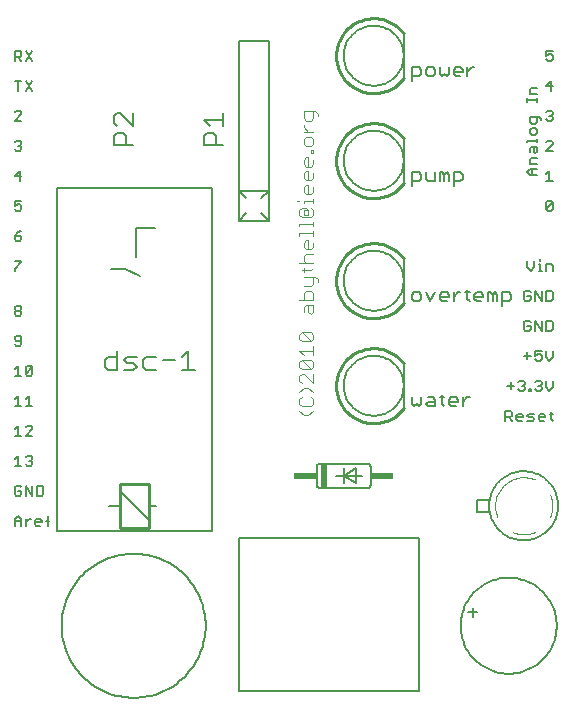
<source format=gto>
G75*
G70*
%OFA0B0*%
%FSLAX24Y24*%
%IPPOS*%
%LPD*%
%AMOC8*
5,1,8,0,0,1.08239X$1,22.5*
%
%ADD10C,0.0040*%
%ADD11C,0.0060*%
%ADD12C,0.0080*%
%ADD13C,0.0100*%
%ADD14C,0.0050*%
%ADD15R,0.0200X0.0800*%
%ADD16R,0.0750X0.0200*%
%ADD17C,0.0020*%
D10*
X011677Y012423D02*
X011524Y012576D01*
X011600Y012730D02*
X011907Y012730D01*
X011984Y012806D01*
X011984Y012960D01*
X011907Y013036D01*
X011984Y013190D02*
X011831Y013343D01*
X011677Y013343D01*
X011524Y013190D01*
X011600Y013036D02*
X011524Y012960D01*
X011524Y012806D01*
X011600Y012730D01*
X011677Y012423D02*
X011831Y012423D01*
X011984Y012576D01*
X011984Y013497D02*
X011677Y013804D01*
X011600Y013804D01*
X011524Y013727D01*
X011524Y013574D01*
X011600Y013497D01*
X011984Y013497D02*
X011984Y013804D01*
X011907Y013957D02*
X011600Y014264D01*
X011907Y014264D01*
X011984Y014187D01*
X011984Y014034D01*
X011907Y013957D01*
X011600Y013957D01*
X011524Y014034D01*
X011524Y014187D01*
X011600Y014264D01*
X011677Y014418D02*
X011524Y014571D01*
X011984Y014571D01*
X011984Y014418D02*
X011984Y014724D01*
X011907Y014878D02*
X011600Y015185D01*
X011907Y015185D01*
X011984Y015108D01*
X011984Y014955D01*
X011907Y014878D01*
X011600Y014878D01*
X011524Y014955D01*
X011524Y015108D01*
X011600Y015185D01*
X011907Y015799D02*
X011831Y015875D01*
X011831Y016105D01*
X011754Y016105D02*
X011984Y016105D01*
X011984Y015875D01*
X011907Y015799D01*
X011677Y015875D02*
X011677Y016029D01*
X011754Y016105D01*
X011677Y016259D02*
X011677Y016489D01*
X011754Y016566D01*
X011907Y016566D01*
X011984Y016489D01*
X011984Y016259D01*
X011524Y016259D01*
X011677Y016719D02*
X011907Y016719D01*
X011984Y016796D01*
X011984Y017026D01*
X012061Y017026D02*
X012137Y016949D01*
X012137Y016873D01*
X012061Y017026D02*
X011677Y017026D01*
X011677Y017180D02*
X011677Y017333D01*
X011600Y017256D02*
X011907Y017256D01*
X011984Y017333D01*
X011984Y017487D02*
X011524Y017487D01*
X011677Y017563D02*
X011677Y017717D01*
X011754Y017793D01*
X011984Y017793D01*
X011907Y017947D02*
X011984Y018024D01*
X011984Y018177D01*
X011831Y018254D02*
X011831Y017947D01*
X011907Y017947D02*
X011754Y017947D01*
X011677Y018024D01*
X011677Y018177D01*
X011754Y018254D01*
X011831Y018254D01*
X011984Y018407D02*
X011984Y018561D01*
X011984Y018484D02*
X011524Y018484D01*
X011524Y018407D01*
X011524Y018714D02*
X011524Y018791D01*
X011984Y018791D01*
X011984Y018714D02*
X011984Y018868D01*
X011907Y019021D02*
X011984Y019098D01*
X011984Y019251D01*
X011907Y019328D01*
X011831Y019251D02*
X011677Y019251D01*
X011677Y019098D01*
X011831Y019098D01*
X011831Y019251D01*
X011754Y019328D01*
X011600Y019328D01*
X011524Y019251D01*
X011524Y019098D01*
X011600Y019021D01*
X011907Y019021D01*
X011984Y019481D02*
X011984Y019635D01*
X011984Y019558D02*
X011677Y019558D01*
X011677Y019481D01*
X011524Y019558D02*
X011447Y019558D01*
X011677Y019865D02*
X011677Y020018D01*
X011754Y020095D01*
X011831Y020095D01*
X011831Y019788D01*
X011907Y019788D02*
X011754Y019788D01*
X011677Y019865D01*
X011907Y019788D02*
X011984Y019865D01*
X011984Y020018D01*
X011907Y020249D02*
X011754Y020249D01*
X011677Y020325D01*
X011677Y020479D01*
X011754Y020556D01*
X011831Y020556D01*
X011831Y020249D01*
X011907Y020249D02*
X011984Y020325D01*
X011984Y020479D01*
X011907Y020709D02*
X011984Y020786D01*
X011984Y020939D01*
X011831Y021016D02*
X011831Y020709D01*
X011907Y020709D02*
X011754Y020709D01*
X011677Y020786D01*
X011677Y020939D01*
X011754Y021016D01*
X011831Y021016D01*
X011907Y021169D02*
X011907Y021246D01*
X011984Y021246D01*
X011984Y021169D01*
X011907Y021169D01*
X011907Y021399D02*
X011984Y021476D01*
X011984Y021630D01*
X011907Y021706D01*
X011754Y021706D01*
X011677Y021630D01*
X011677Y021476D01*
X011754Y021399D01*
X011907Y021399D01*
X011831Y021860D02*
X011677Y022013D01*
X011677Y022090D01*
X011754Y022243D02*
X011677Y022320D01*
X011677Y022550D01*
X012061Y022550D01*
X012137Y022474D01*
X012137Y022397D01*
X011984Y022320D02*
X011984Y022550D01*
X011984Y022320D02*
X011907Y022243D01*
X011754Y022243D01*
X011677Y021860D02*
X011984Y021860D01*
X011677Y017563D02*
X011754Y017487D01*
D11*
X010504Y018903D02*
X010504Y019903D01*
X010504Y024903D01*
X009504Y024903D01*
X009504Y019903D01*
X009504Y018903D01*
X009754Y019153D01*
X009504Y018903D02*
X010504Y018903D01*
X010254Y019153D01*
X010254Y019653D02*
X010504Y019903D01*
X009504Y019903D01*
X009754Y019653D01*
X008604Y020003D02*
X003454Y020003D01*
X003454Y008553D01*
X008604Y008553D01*
X008604Y020003D01*
X008760Y021417D02*
X008760Y021737D01*
X008654Y021844D01*
X008440Y021844D01*
X008333Y021737D01*
X008333Y021417D01*
X008974Y021417D01*
X008974Y022061D02*
X008974Y022488D01*
X008974Y022275D02*
X008333Y022275D01*
X008547Y022061D01*
X005974Y022061D02*
X005547Y022488D01*
X005440Y022488D01*
X005333Y022382D01*
X005333Y022168D01*
X005440Y022061D01*
X005440Y021844D02*
X005654Y021844D01*
X005760Y021737D01*
X005760Y021417D01*
X005974Y021417D02*
X005333Y021417D01*
X005333Y021737D01*
X005440Y021844D01*
X005974Y022061D02*
X005974Y022488D01*
X006074Y018653D02*
X006724Y018653D01*
X006074Y018653D02*
X006074Y017683D01*
X005704Y017303D02*
X006204Y017053D01*
X005704Y017303D02*
X005254Y017303D01*
X005461Y014573D02*
X005461Y013933D01*
X005141Y013933D01*
X005034Y014039D01*
X005034Y014253D01*
X005141Y014360D01*
X005461Y014360D01*
X005678Y014253D02*
X005785Y014360D01*
X006105Y014360D01*
X005999Y014146D02*
X005785Y014146D01*
X005678Y014253D01*
X005678Y013933D02*
X005999Y013933D01*
X006105Y014039D01*
X005999Y014146D01*
X006323Y014039D02*
X006430Y013933D01*
X006750Y013933D01*
X006968Y014253D02*
X007395Y014253D01*
X007612Y014360D02*
X007826Y014573D01*
X007826Y013933D01*
X008039Y013933D02*
X007612Y013933D01*
X006750Y014360D02*
X006430Y014360D01*
X006323Y014253D01*
X006323Y014039D01*
X005534Y009893D02*
X006524Y008913D01*
X006524Y009403D02*
X006764Y009403D01*
X005534Y009403D02*
X005194Y009403D01*
X003191Y009073D02*
X003134Y009016D01*
X003134Y008733D01*
X003077Y008903D02*
X003191Y008903D01*
X002936Y008903D02*
X002936Y008846D01*
X002709Y008846D01*
X002709Y008789D02*
X002709Y008903D01*
X002766Y008960D01*
X002879Y008960D01*
X002936Y008903D01*
X002879Y008733D02*
X002766Y008733D01*
X002709Y008789D01*
X002572Y008960D02*
X002516Y008960D01*
X002402Y008846D01*
X002402Y008733D02*
X002402Y008960D01*
X002261Y008960D02*
X002261Y008733D01*
X002261Y008903D02*
X002034Y008903D01*
X002034Y008960D02*
X002147Y009073D01*
X002261Y008960D01*
X002034Y008960D02*
X002034Y008733D01*
X002091Y009733D02*
X002204Y009733D01*
X002261Y009789D01*
X002261Y009903D01*
X002147Y009903D01*
X002034Y010016D02*
X002034Y009789D01*
X002091Y009733D01*
X002034Y010016D02*
X002091Y010073D01*
X002204Y010073D01*
X002261Y010016D01*
X002402Y010073D02*
X002402Y009733D01*
X002629Y009733D02*
X002402Y010073D01*
X002629Y010073D02*
X002629Y009733D01*
X002771Y009733D02*
X002941Y009733D01*
X002997Y009789D01*
X002997Y010016D01*
X002941Y010073D01*
X002771Y010073D01*
X002771Y009733D01*
X002572Y010733D02*
X002459Y010733D01*
X002402Y010789D01*
X002261Y010733D02*
X002034Y010733D01*
X002147Y010733D02*
X002147Y011073D01*
X002034Y010960D01*
X002402Y011016D02*
X002459Y011073D01*
X002572Y011073D01*
X002629Y011016D01*
X002629Y010960D01*
X002572Y010903D01*
X002629Y010846D01*
X002629Y010789D01*
X002572Y010733D01*
X002572Y010903D02*
X002516Y010903D01*
X002629Y011733D02*
X002402Y011733D01*
X002629Y011960D01*
X002629Y012016D01*
X002572Y012073D01*
X002459Y012073D01*
X002402Y012016D01*
X002261Y011733D02*
X002034Y011733D01*
X002147Y011733D02*
X002147Y012073D01*
X002034Y011960D01*
X002034Y012733D02*
X002261Y012733D01*
X002147Y012733D02*
X002147Y013073D01*
X002034Y012960D01*
X002402Y012960D02*
X002516Y013073D01*
X002516Y012733D01*
X002629Y012733D02*
X002402Y012733D01*
X002459Y013733D02*
X002402Y013789D01*
X002629Y014016D01*
X002629Y013789D01*
X002572Y013733D01*
X002459Y013733D01*
X002402Y013789D02*
X002402Y014016D01*
X002459Y014073D01*
X002572Y014073D01*
X002629Y014016D01*
X002261Y013733D02*
X002034Y013733D01*
X002147Y013733D02*
X002147Y014073D01*
X002034Y013960D01*
X002091Y014733D02*
X002204Y014733D01*
X002261Y014789D01*
X002261Y015016D01*
X002204Y015073D01*
X002091Y015073D01*
X002034Y015016D01*
X002034Y014960D01*
X002091Y014903D01*
X002261Y014903D01*
X002091Y014733D02*
X002034Y014789D01*
X002091Y015733D02*
X002034Y015789D01*
X002034Y015846D01*
X002091Y015903D01*
X002204Y015903D01*
X002261Y015846D01*
X002261Y015789D01*
X002204Y015733D01*
X002091Y015733D01*
X002091Y015903D02*
X002034Y015960D01*
X002034Y016016D01*
X002091Y016073D01*
X002204Y016073D01*
X002261Y016016D01*
X002261Y015960D01*
X002204Y015903D01*
X002034Y017233D02*
X002034Y017289D01*
X002261Y017516D01*
X002261Y017573D01*
X002034Y017573D01*
X002091Y018233D02*
X002204Y018233D01*
X002261Y018289D01*
X002261Y018346D01*
X002204Y018403D01*
X002034Y018403D01*
X002034Y018289D01*
X002091Y018233D01*
X002034Y018403D02*
X002147Y018516D01*
X002261Y018573D01*
X002204Y019233D02*
X002091Y019233D01*
X002034Y019289D01*
X002034Y019403D02*
X002147Y019460D01*
X002204Y019460D01*
X002261Y019403D01*
X002261Y019289D01*
X002204Y019233D01*
X002034Y019403D02*
X002034Y019573D01*
X002261Y019573D01*
X002204Y020233D02*
X002204Y020573D01*
X002034Y020403D01*
X002261Y020403D01*
X002204Y021233D02*
X002091Y021233D01*
X002034Y021289D01*
X002147Y021403D02*
X002204Y021403D01*
X002261Y021346D01*
X002261Y021289D01*
X002204Y021233D01*
X002204Y021403D02*
X002261Y021460D01*
X002261Y021516D01*
X002204Y021573D01*
X002091Y021573D01*
X002034Y021516D01*
X002034Y022233D02*
X002261Y022460D01*
X002261Y022516D01*
X002204Y022573D01*
X002091Y022573D01*
X002034Y022516D01*
X002034Y022233D02*
X002261Y022233D01*
X002147Y023233D02*
X002147Y023573D01*
X002034Y023573D02*
X002261Y023573D01*
X002402Y023573D02*
X002629Y023233D01*
X002402Y023233D02*
X002629Y023573D01*
X002629Y024233D02*
X002402Y024573D01*
X002261Y024516D02*
X002261Y024403D01*
X002204Y024346D01*
X002034Y024346D01*
X002034Y024233D02*
X002034Y024573D01*
X002204Y024573D01*
X002261Y024516D01*
X002147Y024346D02*
X002261Y024233D01*
X002402Y024233D02*
X002629Y024573D01*
X013004Y024403D02*
X013006Y024466D01*
X013012Y024528D01*
X013022Y024590D01*
X013035Y024652D01*
X013053Y024712D01*
X013074Y024771D01*
X013099Y024829D01*
X013128Y024885D01*
X013160Y024939D01*
X013195Y024991D01*
X013233Y025040D01*
X013275Y025088D01*
X013319Y025132D01*
X013367Y025174D01*
X013416Y025212D01*
X013468Y025247D01*
X013522Y025279D01*
X013578Y025308D01*
X013636Y025333D01*
X013695Y025354D01*
X013755Y025372D01*
X013817Y025385D01*
X013879Y025395D01*
X013941Y025401D01*
X014004Y025403D01*
X014067Y025401D01*
X014129Y025395D01*
X014191Y025385D01*
X014253Y025372D01*
X014313Y025354D01*
X014372Y025333D01*
X014430Y025308D01*
X014486Y025279D01*
X014540Y025247D01*
X014592Y025212D01*
X014641Y025174D01*
X014689Y025132D01*
X014733Y025088D01*
X014775Y025040D01*
X014813Y024991D01*
X014848Y024939D01*
X014880Y024885D01*
X014909Y024829D01*
X014934Y024771D01*
X014955Y024712D01*
X014973Y024652D01*
X014986Y024590D01*
X014996Y024528D01*
X015002Y024466D01*
X015004Y024403D01*
X015002Y024340D01*
X014996Y024278D01*
X014986Y024216D01*
X014973Y024154D01*
X014955Y024094D01*
X014934Y024035D01*
X014909Y023977D01*
X014880Y023921D01*
X014848Y023867D01*
X014813Y023815D01*
X014775Y023766D01*
X014733Y023718D01*
X014689Y023674D01*
X014641Y023632D01*
X014592Y023594D01*
X014540Y023559D01*
X014486Y023527D01*
X014430Y023498D01*
X014372Y023473D01*
X014313Y023452D01*
X014253Y023434D01*
X014191Y023421D01*
X014129Y023411D01*
X014067Y023405D01*
X014004Y023403D01*
X013941Y023405D01*
X013879Y023411D01*
X013817Y023421D01*
X013755Y023434D01*
X013695Y023452D01*
X013636Y023473D01*
X013578Y023498D01*
X013522Y023527D01*
X013468Y023559D01*
X013416Y023594D01*
X013367Y023632D01*
X013319Y023674D01*
X013275Y023718D01*
X013233Y023766D01*
X013195Y023815D01*
X013160Y023867D01*
X013128Y023921D01*
X013099Y023977D01*
X013074Y024035D01*
X013053Y024094D01*
X013035Y024154D01*
X013022Y024216D01*
X013012Y024278D01*
X013006Y024340D01*
X013004Y024403D01*
X013004Y020903D02*
X013006Y020966D01*
X013012Y021028D01*
X013022Y021090D01*
X013035Y021152D01*
X013053Y021212D01*
X013074Y021271D01*
X013099Y021329D01*
X013128Y021385D01*
X013160Y021439D01*
X013195Y021491D01*
X013233Y021540D01*
X013275Y021588D01*
X013319Y021632D01*
X013367Y021674D01*
X013416Y021712D01*
X013468Y021747D01*
X013522Y021779D01*
X013578Y021808D01*
X013636Y021833D01*
X013695Y021854D01*
X013755Y021872D01*
X013817Y021885D01*
X013879Y021895D01*
X013941Y021901D01*
X014004Y021903D01*
X014067Y021901D01*
X014129Y021895D01*
X014191Y021885D01*
X014253Y021872D01*
X014313Y021854D01*
X014372Y021833D01*
X014430Y021808D01*
X014486Y021779D01*
X014540Y021747D01*
X014592Y021712D01*
X014641Y021674D01*
X014689Y021632D01*
X014733Y021588D01*
X014775Y021540D01*
X014813Y021491D01*
X014848Y021439D01*
X014880Y021385D01*
X014909Y021329D01*
X014934Y021271D01*
X014955Y021212D01*
X014973Y021152D01*
X014986Y021090D01*
X014996Y021028D01*
X015002Y020966D01*
X015004Y020903D01*
X015002Y020840D01*
X014996Y020778D01*
X014986Y020716D01*
X014973Y020654D01*
X014955Y020594D01*
X014934Y020535D01*
X014909Y020477D01*
X014880Y020421D01*
X014848Y020367D01*
X014813Y020315D01*
X014775Y020266D01*
X014733Y020218D01*
X014689Y020174D01*
X014641Y020132D01*
X014592Y020094D01*
X014540Y020059D01*
X014486Y020027D01*
X014430Y019998D01*
X014372Y019973D01*
X014313Y019952D01*
X014253Y019934D01*
X014191Y019921D01*
X014129Y019911D01*
X014067Y019905D01*
X014004Y019903D01*
X013941Y019905D01*
X013879Y019911D01*
X013817Y019921D01*
X013755Y019934D01*
X013695Y019952D01*
X013636Y019973D01*
X013578Y019998D01*
X013522Y020027D01*
X013468Y020059D01*
X013416Y020094D01*
X013367Y020132D01*
X013319Y020174D01*
X013275Y020218D01*
X013233Y020266D01*
X013195Y020315D01*
X013160Y020367D01*
X013128Y020421D01*
X013099Y020477D01*
X013074Y020535D01*
X013053Y020594D01*
X013035Y020654D01*
X013022Y020716D01*
X013012Y020778D01*
X013006Y020840D01*
X013004Y020903D01*
X013004Y016903D02*
X013006Y016966D01*
X013012Y017028D01*
X013022Y017090D01*
X013035Y017152D01*
X013053Y017212D01*
X013074Y017271D01*
X013099Y017329D01*
X013128Y017385D01*
X013160Y017439D01*
X013195Y017491D01*
X013233Y017540D01*
X013275Y017588D01*
X013319Y017632D01*
X013367Y017674D01*
X013416Y017712D01*
X013468Y017747D01*
X013522Y017779D01*
X013578Y017808D01*
X013636Y017833D01*
X013695Y017854D01*
X013755Y017872D01*
X013817Y017885D01*
X013879Y017895D01*
X013941Y017901D01*
X014004Y017903D01*
X014067Y017901D01*
X014129Y017895D01*
X014191Y017885D01*
X014253Y017872D01*
X014313Y017854D01*
X014372Y017833D01*
X014430Y017808D01*
X014486Y017779D01*
X014540Y017747D01*
X014592Y017712D01*
X014641Y017674D01*
X014689Y017632D01*
X014733Y017588D01*
X014775Y017540D01*
X014813Y017491D01*
X014848Y017439D01*
X014880Y017385D01*
X014909Y017329D01*
X014934Y017271D01*
X014955Y017212D01*
X014973Y017152D01*
X014986Y017090D01*
X014996Y017028D01*
X015002Y016966D01*
X015004Y016903D01*
X015002Y016840D01*
X014996Y016778D01*
X014986Y016716D01*
X014973Y016654D01*
X014955Y016594D01*
X014934Y016535D01*
X014909Y016477D01*
X014880Y016421D01*
X014848Y016367D01*
X014813Y016315D01*
X014775Y016266D01*
X014733Y016218D01*
X014689Y016174D01*
X014641Y016132D01*
X014592Y016094D01*
X014540Y016059D01*
X014486Y016027D01*
X014430Y015998D01*
X014372Y015973D01*
X014313Y015952D01*
X014253Y015934D01*
X014191Y015921D01*
X014129Y015911D01*
X014067Y015905D01*
X014004Y015903D01*
X013941Y015905D01*
X013879Y015911D01*
X013817Y015921D01*
X013755Y015934D01*
X013695Y015952D01*
X013636Y015973D01*
X013578Y015998D01*
X013522Y016027D01*
X013468Y016059D01*
X013416Y016094D01*
X013367Y016132D01*
X013319Y016174D01*
X013275Y016218D01*
X013233Y016266D01*
X013195Y016315D01*
X013160Y016367D01*
X013128Y016421D01*
X013099Y016477D01*
X013074Y016535D01*
X013053Y016594D01*
X013035Y016654D01*
X013022Y016716D01*
X013012Y016778D01*
X013006Y016840D01*
X013004Y016903D01*
X013004Y013403D02*
X013006Y013466D01*
X013012Y013528D01*
X013022Y013590D01*
X013035Y013652D01*
X013053Y013712D01*
X013074Y013771D01*
X013099Y013829D01*
X013128Y013885D01*
X013160Y013939D01*
X013195Y013991D01*
X013233Y014040D01*
X013275Y014088D01*
X013319Y014132D01*
X013367Y014174D01*
X013416Y014212D01*
X013468Y014247D01*
X013522Y014279D01*
X013578Y014308D01*
X013636Y014333D01*
X013695Y014354D01*
X013755Y014372D01*
X013817Y014385D01*
X013879Y014395D01*
X013941Y014401D01*
X014004Y014403D01*
X014067Y014401D01*
X014129Y014395D01*
X014191Y014385D01*
X014253Y014372D01*
X014313Y014354D01*
X014372Y014333D01*
X014430Y014308D01*
X014486Y014279D01*
X014540Y014247D01*
X014592Y014212D01*
X014641Y014174D01*
X014689Y014132D01*
X014733Y014088D01*
X014775Y014040D01*
X014813Y013991D01*
X014848Y013939D01*
X014880Y013885D01*
X014909Y013829D01*
X014934Y013771D01*
X014955Y013712D01*
X014973Y013652D01*
X014986Y013590D01*
X014996Y013528D01*
X015002Y013466D01*
X015004Y013403D01*
X015002Y013340D01*
X014996Y013278D01*
X014986Y013216D01*
X014973Y013154D01*
X014955Y013094D01*
X014934Y013035D01*
X014909Y012977D01*
X014880Y012921D01*
X014848Y012867D01*
X014813Y012815D01*
X014775Y012766D01*
X014733Y012718D01*
X014689Y012674D01*
X014641Y012632D01*
X014592Y012594D01*
X014540Y012559D01*
X014486Y012527D01*
X014430Y012498D01*
X014372Y012473D01*
X014313Y012452D01*
X014253Y012434D01*
X014191Y012421D01*
X014129Y012411D01*
X014067Y012405D01*
X014004Y012403D01*
X013941Y012405D01*
X013879Y012411D01*
X013817Y012421D01*
X013755Y012434D01*
X013695Y012452D01*
X013636Y012473D01*
X013578Y012498D01*
X013522Y012527D01*
X013468Y012559D01*
X013416Y012594D01*
X013367Y012632D01*
X013319Y012674D01*
X013275Y012718D01*
X013233Y012766D01*
X013195Y012815D01*
X013160Y012867D01*
X013128Y012921D01*
X013099Y012977D01*
X013074Y013035D01*
X013053Y013094D01*
X013035Y013154D01*
X013022Y013216D01*
X013012Y013278D01*
X013006Y013340D01*
X013004Y013403D01*
X012204Y010803D02*
X013804Y010803D01*
X013821Y010801D01*
X013838Y010797D01*
X013854Y010790D01*
X013868Y010780D01*
X013881Y010767D01*
X013891Y010753D01*
X013898Y010737D01*
X013902Y010720D01*
X013904Y010703D01*
X013904Y010103D01*
X013902Y010086D01*
X013898Y010069D01*
X013891Y010053D01*
X013881Y010039D01*
X013868Y010026D01*
X013854Y010016D01*
X013838Y010009D01*
X013821Y010005D01*
X013804Y010003D01*
X012204Y010003D01*
X012187Y010005D01*
X012170Y010009D01*
X012154Y010016D01*
X012140Y010026D01*
X012127Y010039D01*
X012117Y010053D01*
X012110Y010069D01*
X012106Y010086D01*
X012104Y010103D01*
X012104Y010703D01*
X012106Y010720D01*
X012110Y010737D01*
X012117Y010753D01*
X012127Y010767D01*
X012140Y010780D01*
X012154Y010790D01*
X012170Y010797D01*
X012187Y010801D01*
X012204Y010803D01*
X012754Y010403D02*
X013004Y010403D01*
X013004Y010153D01*
X013004Y010403D02*
X013004Y010653D01*
X013004Y010403D02*
X013404Y010653D01*
X013404Y010153D01*
X013004Y010403D01*
X013604Y010403D01*
X017304Y006003D02*
X017304Y005703D01*
X017154Y005853D02*
X017454Y005853D01*
X016904Y005403D02*
X016906Y005483D01*
X016912Y005562D01*
X016922Y005641D01*
X016936Y005720D01*
X016953Y005798D01*
X016975Y005875D01*
X017000Y005950D01*
X017030Y006024D01*
X017062Y006097D01*
X017099Y006168D01*
X017139Y006237D01*
X017182Y006304D01*
X017229Y006369D01*
X017278Y006431D01*
X017331Y006491D01*
X017387Y006548D01*
X017445Y006603D01*
X017506Y006654D01*
X017570Y006702D01*
X017636Y006747D01*
X017704Y006789D01*
X017774Y006827D01*
X017846Y006861D01*
X017919Y006892D01*
X017994Y006920D01*
X018071Y006943D01*
X018148Y006963D01*
X018226Y006979D01*
X018305Y006991D01*
X018384Y006999D01*
X018464Y007003D01*
X018544Y007003D01*
X018624Y006999D01*
X018703Y006991D01*
X018782Y006979D01*
X018860Y006963D01*
X018937Y006943D01*
X019014Y006920D01*
X019089Y006892D01*
X019162Y006861D01*
X019234Y006827D01*
X019304Y006789D01*
X019372Y006747D01*
X019438Y006702D01*
X019502Y006654D01*
X019563Y006603D01*
X019621Y006548D01*
X019677Y006491D01*
X019730Y006431D01*
X019779Y006369D01*
X019826Y006304D01*
X019869Y006237D01*
X019909Y006168D01*
X019946Y006097D01*
X019978Y006024D01*
X020008Y005950D01*
X020033Y005875D01*
X020055Y005798D01*
X020072Y005720D01*
X020086Y005641D01*
X020096Y005562D01*
X020102Y005483D01*
X020104Y005403D01*
X020102Y005323D01*
X020096Y005244D01*
X020086Y005165D01*
X020072Y005086D01*
X020055Y005008D01*
X020033Y004931D01*
X020008Y004856D01*
X019978Y004782D01*
X019946Y004709D01*
X019909Y004638D01*
X019869Y004569D01*
X019826Y004502D01*
X019779Y004437D01*
X019730Y004375D01*
X019677Y004315D01*
X019621Y004258D01*
X019563Y004203D01*
X019502Y004152D01*
X019438Y004104D01*
X019372Y004059D01*
X019304Y004017D01*
X019234Y003979D01*
X019162Y003945D01*
X019089Y003914D01*
X019014Y003886D01*
X018937Y003863D01*
X018860Y003843D01*
X018782Y003827D01*
X018703Y003815D01*
X018624Y003807D01*
X018544Y003803D01*
X018464Y003803D01*
X018384Y003807D01*
X018305Y003815D01*
X018226Y003827D01*
X018148Y003843D01*
X018071Y003863D01*
X017994Y003886D01*
X017919Y003914D01*
X017846Y003945D01*
X017774Y003979D01*
X017704Y004017D01*
X017636Y004059D01*
X017570Y004104D01*
X017506Y004152D01*
X017445Y004203D01*
X017387Y004258D01*
X017331Y004315D01*
X017278Y004375D01*
X017229Y004437D01*
X017182Y004502D01*
X017139Y004569D01*
X017099Y004638D01*
X017062Y004709D01*
X017030Y004782D01*
X017000Y004856D01*
X016975Y004931D01*
X016953Y005008D01*
X016936Y005086D01*
X016922Y005165D01*
X016912Y005244D01*
X016906Y005323D01*
X016904Y005403D01*
X018395Y012233D02*
X018395Y012573D01*
X018565Y012573D01*
X018622Y012516D01*
X018622Y012403D01*
X018565Y012346D01*
X018395Y012346D01*
X018509Y012346D02*
X018622Y012233D01*
X018763Y012289D02*
X018763Y012403D01*
X018820Y012460D01*
X018934Y012460D01*
X018990Y012403D01*
X018990Y012346D01*
X018763Y012346D01*
X018763Y012289D02*
X018820Y012233D01*
X018934Y012233D01*
X019132Y012233D02*
X019302Y012233D01*
X019359Y012289D01*
X019302Y012346D01*
X019188Y012346D01*
X019132Y012403D01*
X019188Y012460D01*
X019359Y012460D01*
X019500Y012403D02*
X019557Y012460D01*
X019670Y012460D01*
X019727Y012403D01*
X019727Y012346D01*
X019500Y012346D01*
X019500Y012289D02*
X019500Y012403D01*
X019500Y012289D02*
X019557Y012233D01*
X019670Y012233D01*
X019868Y012460D02*
X019982Y012460D01*
X019925Y012516D02*
X019925Y012289D01*
X019982Y012233D01*
X019859Y013233D02*
X019972Y013346D01*
X019972Y013573D01*
X019746Y013573D02*
X019746Y013346D01*
X019859Y013233D01*
X019604Y013289D02*
X019547Y013233D01*
X019434Y013233D01*
X019377Y013289D01*
X019250Y013289D02*
X019250Y013233D01*
X019193Y013233D01*
X019193Y013289D01*
X019250Y013289D01*
X019052Y013289D02*
X018995Y013233D01*
X018882Y013233D01*
X018825Y013289D01*
X018938Y013403D02*
X018995Y013403D01*
X019052Y013346D01*
X019052Y013289D01*
X018995Y013403D02*
X019052Y013460D01*
X019052Y013516D01*
X018995Y013573D01*
X018882Y013573D01*
X018825Y013516D01*
X018683Y013403D02*
X018457Y013403D01*
X018570Y013516D02*
X018570Y013289D01*
X019122Y014289D02*
X019122Y014516D01*
X019009Y014403D02*
X019236Y014403D01*
X019377Y014403D02*
X019491Y014460D01*
X019547Y014460D01*
X019604Y014403D01*
X019604Y014289D01*
X019547Y014233D01*
X019434Y014233D01*
X019377Y014289D01*
X019377Y014403D02*
X019377Y014573D01*
X019604Y014573D01*
X019746Y014573D02*
X019746Y014346D01*
X019859Y014233D01*
X019972Y014346D01*
X019972Y014573D01*
X019916Y015233D02*
X019972Y015289D01*
X019972Y015516D01*
X019916Y015573D01*
X019746Y015573D01*
X019746Y015233D01*
X019916Y015233D01*
X019604Y015233D02*
X019604Y015573D01*
X019377Y015573D02*
X019377Y015233D01*
X019236Y015289D02*
X019236Y015403D01*
X019122Y015403D01*
X019009Y015516D02*
X019066Y015573D01*
X019179Y015573D01*
X019236Y015516D01*
X019377Y015573D02*
X019604Y015233D01*
X019236Y015289D02*
X019179Y015233D01*
X019066Y015233D01*
X019009Y015289D01*
X019009Y015516D01*
X019066Y016233D02*
X019009Y016289D01*
X019009Y016516D01*
X019066Y016573D01*
X019179Y016573D01*
X019236Y016516D01*
X019236Y016403D02*
X019122Y016403D01*
X019236Y016403D02*
X019236Y016289D01*
X019179Y016233D01*
X019066Y016233D01*
X019377Y016233D02*
X019377Y016573D01*
X019604Y016233D01*
X019604Y016573D01*
X019746Y016573D02*
X019746Y016233D01*
X019916Y016233D01*
X019972Y016289D01*
X019972Y016516D01*
X019916Y016573D01*
X019746Y016573D01*
X019746Y017233D02*
X019746Y017460D01*
X019916Y017460D01*
X019972Y017403D01*
X019972Y017233D01*
X019614Y017233D02*
X019500Y017233D01*
X019557Y017233D02*
X019557Y017460D01*
X019500Y017460D01*
X019557Y017573D02*
X019557Y017630D01*
X019359Y017573D02*
X019359Y017346D01*
X019245Y017233D01*
X019132Y017346D01*
X019132Y017573D01*
X019802Y019233D02*
X019746Y019289D01*
X019972Y019516D01*
X019972Y019289D01*
X019916Y019233D01*
X019802Y019233D01*
X019746Y019289D02*
X019746Y019516D01*
X019802Y019573D01*
X019916Y019573D01*
X019972Y019516D01*
X019972Y020233D02*
X019746Y020233D01*
X019859Y020233D02*
X019859Y020573D01*
X019746Y020460D01*
X019454Y020413D02*
X019227Y020413D01*
X019114Y020527D01*
X019227Y020640D01*
X019454Y020640D01*
X019454Y020782D02*
X019227Y020782D01*
X019227Y020952D01*
X019284Y021009D01*
X019454Y021009D01*
X019397Y021150D02*
X019341Y021207D01*
X019341Y021377D01*
X019284Y021377D02*
X019454Y021377D01*
X019454Y021207D01*
X019397Y021150D01*
X019227Y021207D02*
X019227Y021320D01*
X019284Y021377D01*
X019454Y021518D02*
X019454Y021632D01*
X019454Y021575D02*
X019114Y021575D01*
X019114Y021518D01*
X019284Y021764D02*
X019227Y021821D01*
X019227Y021934D01*
X019284Y021991D01*
X019397Y021991D01*
X019454Y021934D01*
X019454Y021821D01*
X019397Y021764D01*
X019284Y021764D01*
X019284Y022132D02*
X019227Y022189D01*
X019227Y022359D01*
X019511Y022359D01*
X019567Y022302D01*
X019567Y022246D01*
X019454Y022189D02*
X019454Y022359D01*
X019454Y022189D02*
X019397Y022132D01*
X019284Y022132D01*
X019746Y022289D02*
X019802Y022233D01*
X019916Y022233D01*
X019972Y022289D01*
X019972Y022346D01*
X019916Y022403D01*
X019859Y022403D01*
X019916Y022403D02*
X019972Y022460D01*
X019972Y022516D01*
X019916Y022573D01*
X019802Y022573D01*
X019746Y022516D01*
X019454Y022869D02*
X019454Y022982D01*
X019454Y022925D02*
X019114Y022925D01*
X019114Y022869D02*
X019114Y022982D01*
X019227Y023114D02*
X019227Y023284D01*
X019284Y023341D01*
X019454Y023341D01*
X019454Y023114D02*
X019227Y023114D01*
X019746Y023403D02*
X019972Y023403D01*
X019916Y023233D02*
X019916Y023573D01*
X019746Y023403D01*
X019802Y024233D02*
X019746Y024289D01*
X019802Y024233D02*
X019916Y024233D01*
X019972Y024289D01*
X019972Y024403D01*
X019916Y024460D01*
X019859Y024460D01*
X019746Y024403D01*
X019746Y024573D01*
X019972Y024573D01*
X019916Y021573D02*
X019802Y021573D01*
X019746Y021516D01*
X019916Y021573D02*
X019972Y021516D01*
X019972Y021460D01*
X019746Y021233D01*
X019972Y021233D01*
X019284Y020640D02*
X019284Y020413D01*
X019434Y013573D02*
X019547Y013573D01*
X019604Y013516D01*
X019604Y013460D01*
X019547Y013403D01*
X019604Y013346D01*
X019604Y013289D01*
X019547Y013403D02*
X019491Y013403D01*
X019377Y013516D02*
X019434Y013573D01*
D12*
X003604Y005403D02*
X003607Y005521D01*
X003616Y005638D01*
X003630Y005755D01*
X003650Y005871D01*
X003676Y005986D01*
X003707Y006100D01*
X003744Y006212D01*
X003787Y006321D01*
X003834Y006429D01*
X003887Y006534D01*
X003945Y006637D01*
X004008Y006736D01*
X004076Y006833D01*
X004149Y006926D01*
X004226Y007015D01*
X004307Y007100D01*
X004392Y007181D01*
X004481Y007258D01*
X004574Y007331D01*
X004671Y007399D01*
X004770Y007462D01*
X004873Y007520D01*
X004978Y007573D01*
X005086Y007620D01*
X005195Y007663D01*
X005307Y007700D01*
X005421Y007731D01*
X005536Y007757D01*
X005652Y007777D01*
X005769Y007791D01*
X005886Y007800D01*
X006004Y007803D01*
X006122Y007800D01*
X006239Y007791D01*
X006356Y007777D01*
X006472Y007757D01*
X006587Y007731D01*
X006701Y007700D01*
X006813Y007663D01*
X006922Y007620D01*
X007030Y007573D01*
X007135Y007520D01*
X007238Y007462D01*
X007337Y007399D01*
X007434Y007331D01*
X007527Y007258D01*
X007616Y007181D01*
X007701Y007100D01*
X007782Y007015D01*
X007859Y006926D01*
X007932Y006833D01*
X008000Y006736D01*
X008063Y006637D01*
X008121Y006534D01*
X008174Y006429D01*
X008221Y006321D01*
X008264Y006212D01*
X008301Y006100D01*
X008332Y005986D01*
X008358Y005871D01*
X008378Y005755D01*
X008392Y005638D01*
X008401Y005521D01*
X008404Y005403D01*
X008401Y005285D01*
X008392Y005168D01*
X008378Y005051D01*
X008358Y004935D01*
X008332Y004820D01*
X008301Y004706D01*
X008264Y004594D01*
X008221Y004485D01*
X008174Y004377D01*
X008121Y004272D01*
X008063Y004169D01*
X008000Y004070D01*
X007932Y003973D01*
X007859Y003880D01*
X007782Y003791D01*
X007701Y003706D01*
X007616Y003625D01*
X007527Y003548D01*
X007434Y003475D01*
X007337Y003407D01*
X007238Y003344D01*
X007135Y003286D01*
X007030Y003233D01*
X006922Y003186D01*
X006813Y003143D01*
X006701Y003106D01*
X006587Y003075D01*
X006472Y003049D01*
X006356Y003029D01*
X006239Y003015D01*
X006122Y003006D01*
X006004Y003003D01*
X005886Y003006D01*
X005769Y003015D01*
X005652Y003029D01*
X005536Y003049D01*
X005421Y003075D01*
X005307Y003106D01*
X005195Y003143D01*
X005086Y003186D01*
X004978Y003233D01*
X004873Y003286D01*
X004770Y003344D01*
X004671Y003407D01*
X004574Y003475D01*
X004481Y003548D01*
X004392Y003625D01*
X004307Y003706D01*
X004226Y003791D01*
X004149Y003880D01*
X004076Y003973D01*
X004008Y004070D01*
X003945Y004169D01*
X003887Y004272D01*
X003834Y004377D01*
X003787Y004485D01*
X003744Y004594D01*
X003707Y004706D01*
X003676Y004820D01*
X003650Y004935D01*
X003630Y005051D01*
X003616Y005168D01*
X003607Y005285D01*
X003604Y005403D01*
X009504Y003222D02*
X015504Y003222D01*
X015504Y008340D01*
X009504Y008340D01*
X009504Y003222D01*
X015004Y012653D02*
X015004Y014153D01*
X015004Y016153D02*
X015004Y017653D01*
X015004Y020153D02*
X015004Y021653D01*
X015004Y023653D02*
X015004Y025153D01*
D13*
X014961Y025207D01*
X014915Y025259D01*
X014866Y025308D01*
X014814Y025355D01*
X014760Y025398D01*
X014704Y025439D01*
X014645Y025476D01*
X014585Y025510D01*
X014522Y025540D01*
X014459Y025567D01*
X014393Y025591D01*
X014327Y025611D01*
X014259Y025627D01*
X014191Y025639D01*
X014122Y025647D01*
X014053Y025652D01*
X013983Y025653D01*
X013914Y025650D01*
X013845Y025643D01*
X013777Y025632D01*
X013709Y025618D01*
X013642Y025599D01*
X013576Y025577D01*
X013511Y025552D01*
X013448Y025523D01*
X013387Y025490D01*
X013328Y025454D01*
X013271Y025415D01*
X013215Y025373D01*
X013163Y025328D01*
X013113Y025280D01*
X013066Y025229D01*
X013021Y025175D01*
X012980Y025120D01*
X012942Y025062D01*
X012907Y025002D01*
X012875Y024940D01*
X012847Y024877D01*
X012823Y024812D01*
X012802Y024746D01*
X012785Y024678D01*
X012771Y024610D01*
X012762Y024541D01*
X012756Y024472D01*
X012754Y024403D01*
X012756Y024334D01*
X012762Y024265D01*
X012771Y024196D01*
X012785Y024128D01*
X012802Y024060D01*
X012823Y023994D01*
X012847Y023929D01*
X012875Y023866D01*
X012907Y023804D01*
X012942Y023744D01*
X012980Y023686D01*
X013021Y023631D01*
X013066Y023577D01*
X013113Y023526D01*
X013163Y023478D01*
X013215Y023433D01*
X013271Y023391D01*
X013328Y023352D01*
X013387Y023316D01*
X013448Y023283D01*
X013511Y023254D01*
X013576Y023229D01*
X013642Y023207D01*
X013709Y023188D01*
X013777Y023174D01*
X013845Y023163D01*
X013914Y023156D01*
X013983Y023153D01*
X014053Y023154D01*
X014122Y023159D01*
X014191Y023167D01*
X014259Y023179D01*
X014327Y023195D01*
X014393Y023215D01*
X014459Y023239D01*
X014522Y023266D01*
X014585Y023296D01*
X014645Y023330D01*
X014704Y023367D01*
X014760Y023408D01*
X014814Y023451D01*
X014866Y023498D01*
X014915Y023547D01*
X014961Y023599D01*
X015004Y023653D01*
X015004Y021653D02*
X014961Y021707D01*
X014915Y021759D01*
X014866Y021808D01*
X014814Y021855D01*
X014760Y021898D01*
X014704Y021939D01*
X014645Y021976D01*
X014585Y022010D01*
X014522Y022040D01*
X014459Y022067D01*
X014393Y022091D01*
X014327Y022111D01*
X014259Y022127D01*
X014191Y022139D01*
X014122Y022147D01*
X014053Y022152D01*
X013983Y022153D01*
X013914Y022150D01*
X013845Y022143D01*
X013777Y022132D01*
X013709Y022118D01*
X013642Y022099D01*
X013576Y022077D01*
X013511Y022052D01*
X013448Y022023D01*
X013387Y021990D01*
X013328Y021954D01*
X013271Y021915D01*
X013215Y021873D01*
X013163Y021828D01*
X013113Y021780D01*
X013066Y021729D01*
X013021Y021675D01*
X012980Y021620D01*
X012942Y021562D01*
X012907Y021502D01*
X012875Y021440D01*
X012847Y021377D01*
X012823Y021312D01*
X012802Y021246D01*
X012785Y021178D01*
X012771Y021110D01*
X012762Y021041D01*
X012756Y020972D01*
X012754Y020903D01*
X012756Y020834D01*
X012762Y020765D01*
X012771Y020696D01*
X012785Y020628D01*
X012802Y020560D01*
X012823Y020494D01*
X012847Y020429D01*
X012875Y020366D01*
X012907Y020304D01*
X012942Y020244D01*
X012980Y020186D01*
X013021Y020131D01*
X013066Y020077D01*
X013113Y020026D01*
X013163Y019978D01*
X013215Y019933D01*
X013271Y019891D01*
X013328Y019852D01*
X013387Y019816D01*
X013448Y019783D01*
X013511Y019754D01*
X013576Y019729D01*
X013642Y019707D01*
X013709Y019688D01*
X013777Y019674D01*
X013845Y019663D01*
X013914Y019656D01*
X013983Y019653D01*
X014053Y019654D01*
X014122Y019659D01*
X014191Y019667D01*
X014259Y019679D01*
X014327Y019695D01*
X014393Y019715D01*
X014459Y019739D01*
X014522Y019766D01*
X014585Y019796D01*
X014645Y019830D01*
X014704Y019867D01*
X014760Y019908D01*
X014814Y019951D01*
X014866Y019998D01*
X014915Y020047D01*
X014961Y020099D01*
X015004Y020153D01*
X015004Y017653D02*
X014961Y017707D01*
X014915Y017759D01*
X014866Y017808D01*
X014814Y017855D01*
X014760Y017898D01*
X014704Y017939D01*
X014645Y017976D01*
X014585Y018010D01*
X014522Y018040D01*
X014459Y018067D01*
X014393Y018091D01*
X014327Y018111D01*
X014259Y018127D01*
X014191Y018139D01*
X014122Y018147D01*
X014053Y018152D01*
X013983Y018153D01*
X013914Y018150D01*
X013845Y018143D01*
X013777Y018132D01*
X013709Y018118D01*
X013642Y018099D01*
X013576Y018077D01*
X013511Y018052D01*
X013448Y018023D01*
X013387Y017990D01*
X013328Y017954D01*
X013271Y017915D01*
X013215Y017873D01*
X013163Y017828D01*
X013113Y017780D01*
X013066Y017729D01*
X013021Y017675D01*
X012980Y017620D01*
X012942Y017562D01*
X012907Y017502D01*
X012875Y017440D01*
X012847Y017377D01*
X012823Y017312D01*
X012802Y017246D01*
X012785Y017178D01*
X012771Y017110D01*
X012762Y017041D01*
X012756Y016972D01*
X012754Y016903D01*
X012756Y016834D01*
X012762Y016765D01*
X012771Y016696D01*
X012785Y016628D01*
X012802Y016560D01*
X012823Y016494D01*
X012847Y016429D01*
X012875Y016366D01*
X012907Y016304D01*
X012942Y016244D01*
X012980Y016186D01*
X013021Y016131D01*
X013066Y016077D01*
X013113Y016026D01*
X013163Y015978D01*
X013215Y015933D01*
X013271Y015891D01*
X013328Y015852D01*
X013387Y015816D01*
X013448Y015783D01*
X013511Y015754D01*
X013576Y015729D01*
X013642Y015707D01*
X013709Y015688D01*
X013777Y015674D01*
X013845Y015663D01*
X013914Y015656D01*
X013983Y015653D01*
X014053Y015654D01*
X014122Y015659D01*
X014191Y015667D01*
X014259Y015679D01*
X014327Y015695D01*
X014393Y015715D01*
X014459Y015739D01*
X014522Y015766D01*
X014585Y015796D01*
X014645Y015830D01*
X014704Y015867D01*
X014760Y015908D01*
X014814Y015951D01*
X014866Y015998D01*
X014915Y016047D01*
X014961Y016099D01*
X015004Y016153D01*
X015004Y014153D02*
X014961Y014207D01*
X014915Y014259D01*
X014866Y014308D01*
X014814Y014355D01*
X014760Y014398D01*
X014704Y014439D01*
X014645Y014476D01*
X014585Y014510D01*
X014522Y014540D01*
X014459Y014567D01*
X014393Y014591D01*
X014327Y014611D01*
X014259Y014627D01*
X014191Y014639D01*
X014122Y014647D01*
X014053Y014652D01*
X013983Y014653D01*
X013914Y014650D01*
X013845Y014643D01*
X013777Y014632D01*
X013709Y014618D01*
X013642Y014599D01*
X013576Y014577D01*
X013511Y014552D01*
X013448Y014523D01*
X013387Y014490D01*
X013328Y014454D01*
X013271Y014415D01*
X013215Y014373D01*
X013163Y014328D01*
X013113Y014280D01*
X013066Y014229D01*
X013021Y014175D01*
X012980Y014120D01*
X012942Y014062D01*
X012907Y014002D01*
X012875Y013940D01*
X012847Y013877D01*
X012823Y013812D01*
X012802Y013746D01*
X012785Y013678D01*
X012771Y013610D01*
X012762Y013541D01*
X012756Y013472D01*
X012754Y013403D01*
X012756Y013334D01*
X012762Y013265D01*
X012771Y013196D01*
X012785Y013128D01*
X012802Y013060D01*
X012823Y012994D01*
X012847Y012929D01*
X012875Y012866D01*
X012907Y012804D01*
X012942Y012744D01*
X012980Y012686D01*
X013021Y012631D01*
X013066Y012577D01*
X013113Y012526D01*
X013163Y012478D01*
X013215Y012433D01*
X013271Y012391D01*
X013328Y012352D01*
X013387Y012316D01*
X013448Y012283D01*
X013511Y012254D01*
X013576Y012229D01*
X013642Y012207D01*
X013709Y012188D01*
X013777Y012174D01*
X013845Y012163D01*
X013914Y012156D01*
X013983Y012153D01*
X014053Y012154D01*
X014122Y012159D01*
X014191Y012167D01*
X014259Y012179D01*
X014327Y012195D01*
X014393Y012215D01*
X014459Y012239D01*
X014522Y012266D01*
X014585Y012296D01*
X014645Y012330D01*
X014704Y012367D01*
X014760Y012408D01*
X014814Y012451D01*
X014866Y012498D01*
X014915Y012547D01*
X014961Y012599D01*
X015004Y012653D01*
X006524Y010143D02*
X006524Y009403D01*
X006524Y008913D01*
X006524Y008663D01*
X005534Y008663D01*
X005534Y009403D01*
X005534Y009893D01*
X005534Y010143D01*
X006524Y010143D01*
D14*
X015289Y012793D02*
X015364Y012718D01*
X015439Y012793D01*
X015514Y012718D01*
X015589Y012793D01*
X015589Y013018D01*
X015749Y012793D02*
X015824Y012868D01*
X016050Y012868D01*
X016050Y012943D02*
X016050Y012718D01*
X015824Y012718D01*
X015749Y012793D01*
X015824Y013018D02*
X015974Y013018D01*
X016050Y012943D01*
X016210Y013018D02*
X016360Y013018D01*
X016285Y013093D02*
X016285Y012793D01*
X016360Y012718D01*
X016517Y012793D02*
X016517Y012943D01*
X016592Y013018D01*
X016742Y013018D01*
X016817Y012943D01*
X016817Y012868D01*
X016517Y012868D01*
X016517Y012793D02*
X016592Y012718D01*
X016742Y012718D01*
X016977Y012718D02*
X016977Y013018D01*
X016977Y012868D02*
X017127Y013018D01*
X017202Y013018D01*
X015289Y013018D02*
X015289Y012793D01*
X017454Y009603D02*
X017871Y009603D01*
X017871Y009203D02*
X017454Y009203D01*
X017454Y009603D01*
X017854Y009403D02*
X017856Y009470D01*
X017862Y009538D01*
X017872Y009605D01*
X017886Y009671D01*
X017903Y009736D01*
X017925Y009800D01*
X017950Y009863D01*
X017979Y009924D01*
X018011Y009983D01*
X018047Y010040D01*
X018086Y010095D01*
X018128Y010148D01*
X018173Y010198D01*
X018221Y010245D01*
X018272Y010290D01*
X018325Y010331D01*
X018381Y010370D01*
X018439Y010405D01*
X018499Y010436D01*
X018560Y010464D01*
X018623Y010488D01*
X018687Y010509D01*
X018753Y010525D01*
X018819Y010538D01*
X018886Y010547D01*
X018953Y010552D01*
X019021Y010553D01*
X019088Y010550D01*
X019155Y010543D01*
X019222Y010532D01*
X019288Y010517D01*
X019353Y010499D01*
X019417Y010476D01*
X019479Y010450D01*
X019540Y010421D01*
X019598Y010387D01*
X019655Y010351D01*
X019710Y010311D01*
X019762Y010268D01*
X019811Y010222D01*
X019858Y010173D01*
X019902Y010122D01*
X019942Y010068D01*
X019980Y010012D01*
X020014Y009953D01*
X020044Y009893D01*
X020071Y009831D01*
X020095Y009768D01*
X020114Y009703D01*
X020130Y009638D01*
X020142Y009571D01*
X020150Y009504D01*
X020154Y009437D01*
X020154Y009369D01*
X020150Y009302D01*
X020142Y009235D01*
X020130Y009168D01*
X020114Y009103D01*
X020095Y009038D01*
X020071Y008975D01*
X020044Y008913D01*
X020014Y008853D01*
X019980Y008794D01*
X019942Y008738D01*
X019902Y008684D01*
X019858Y008633D01*
X019811Y008584D01*
X019762Y008538D01*
X019710Y008495D01*
X019655Y008455D01*
X019598Y008419D01*
X019540Y008385D01*
X019479Y008356D01*
X019417Y008330D01*
X019353Y008307D01*
X019288Y008289D01*
X019222Y008274D01*
X019155Y008263D01*
X019088Y008256D01*
X019021Y008253D01*
X018953Y008254D01*
X018886Y008259D01*
X018819Y008268D01*
X018753Y008281D01*
X018687Y008297D01*
X018623Y008318D01*
X018560Y008342D01*
X018499Y008370D01*
X018439Y008401D01*
X018381Y008436D01*
X018325Y008475D01*
X018272Y008516D01*
X018221Y008561D01*
X018173Y008608D01*
X018128Y008658D01*
X018086Y008711D01*
X018047Y008766D01*
X018011Y008823D01*
X017979Y008882D01*
X017950Y008943D01*
X017925Y009006D01*
X017903Y009070D01*
X017886Y009135D01*
X017872Y009201D01*
X017862Y009268D01*
X017856Y009336D01*
X017854Y009403D01*
X018281Y016068D02*
X018281Y016518D01*
X018506Y016518D01*
X018581Y016443D01*
X018581Y016293D01*
X018506Y016218D01*
X018281Y016218D01*
X018121Y016218D02*
X018121Y016443D01*
X018046Y016518D01*
X017971Y016443D01*
X017971Y016218D01*
X017821Y016218D02*
X017821Y016518D01*
X017896Y016518D01*
X017971Y016443D01*
X017661Y016443D02*
X017586Y016518D01*
X017436Y016518D01*
X017361Y016443D01*
X017361Y016293D01*
X017436Y016218D01*
X017586Y016218D01*
X017661Y016368D02*
X017361Y016368D01*
X017204Y016518D02*
X017054Y016518D01*
X017129Y016593D02*
X017129Y016293D01*
X017204Y016218D01*
X016895Y016518D02*
X016820Y016518D01*
X016670Y016368D01*
X016670Y016218D02*
X016670Y016518D01*
X016510Y016443D02*
X016510Y016368D01*
X016210Y016368D01*
X016210Y016443D02*
X016285Y016518D01*
X016435Y016518D01*
X016510Y016443D01*
X016435Y016218D02*
X016285Y016218D01*
X016210Y016293D01*
X016210Y016443D01*
X016050Y016518D02*
X015899Y016218D01*
X015749Y016518D01*
X015589Y016443D02*
X015514Y016518D01*
X015364Y016518D01*
X015289Y016443D01*
X015289Y016293D01*
X015364Y016218D01*
X015514Y016218D01*
X015589Y016293D01*
X015589Y016443D01*
X017661Y016443D02*
X017661Y016368D01*
X016670Y020068D02*
X016670Y020518D01*
X016895Y020518D01*
X016970Y020443D01*
X016970Y020293D01*
X016895Y020218D01*
X016670Y020218D01*
X016510Y020218D02*
X016510Y020443D01*
X016435Y020518D01*
X016360Y020443D01*
X016360Y020218D01*
X016210Y020218D02*
X016210Y020518D01*
X016285Y020518D01*
X016360Y020443D01*
X016050Y020518D02*
X016050Y020218D01*
X015824Y020218D01*
X015749Y020293D01*
X015749Y020518D01*
X015589Y020443D02*
X015589Y020293D01*
X015514Y020218D01*
X015289Y020218D01*
X015289Y020068D02*
X015289Y020518D01*
X015514Y020518D01*
X015589Y020443D01*
X015289Y023568D02*
X015289Y024018D01*
X015514Y024018D01*
X015589Y023943D01*
X015589Y023793D01*
X015514Y023718D01*
X015289Y023718D01*
X015749Y023793D02*
X015824Y023718D01*
X015974Y023718D01*
X016050Y023793D01*
X016050Y023943D01*
X015974Y024018D01*
X015824Y024018D01*
X015749Y023943D01*
X015749Y023793D01*
X016210Y023793D02*
X016285Y023718D01*
X016360Y023793D01*
X016435Y023718D01*
X016510Y023793D01*
X016510Y024018D01*
X016670Y023943D02*
X016745Y024018D01*
X016895Y024018D01*
X016970Y023943D01*
X016970Y023868D01*
X016670Y023868D01*
X016670Y023793D02*
X016670Y023943D01*
X016670Y023793D02*
X016745Y023718D01*
X016895Y023718D01*
X017130Y023718D02*
X017130Y024018D01*
X017130Y023868D02*
X017280Y024018D01*
X017356Y024018D01*
X016210Y024018D02*
X016210Y023793D01*
D15*
X012354Y010403D03*
D16*
X011729Y010403D03*
X014279Y010403D03*
D17*
X019881Y009769D02*
X019901Y009715D01*
X019919Y009660D01*
X019933Y009604D01*
X019943Y009547D01*
X019950Y009490D01*
X019954Y009432D01*
X019954Y009374D01*
X019950Y009316D01*
X019943Y009259D01*
X019933Y009202D01*
X019919Y009146D01*
X019901Y009091D01*
X019881Y009037D01*
X019370Y010280D02*
X019313Y010301D01*
X019255Y010319D01*
X019196Y010333D01*
X019136Y010344D01*
X019076Y010350D01*
X019016Y010353D01*
X018955Y010352D01*
X018895Y010347D01*
X018835Y010338D01*
X018775Y010325D01*
X018717Y010309D01*
X018660Y010289D01*
X018604Y010265D01*
X018550Y010238D01*
X018498Y010207D01*
X018447Y010173D01*
X018400Y010136D01*
X018354Y010096D01*
X018311Y010053D01*
X018271Y010007D01*
X018234Y009960D01*
X018200Y009909D01*
X018169Y009857D01*
X018142Y009803D01*
X018118Y009747D01*
X018098Y009690D01*
X018082Y009632D01*
X018069Y009572D01*
X018060Y009512D01*
X018055Y009452D01*
X018054Y009391D01*
X018057Y009331D01*
X018063Y009271D01*
X018074Y009211D01*
X018088Y009152D01*
X018106Y009094D01*
X018127Y009037D01*
X018638Y008526D02*
X018692Y008506D01*
X018747Y008488D01*
X018803Y008474D01*
X018860Y008464D01*
X018917Y008457D01*
X018975Y008453D01*
X019033Y008453D01*
X019091Y008457D01*
X019148Y008464D01*
X019205Y008474D01*
X019261Y008488D01*
X019316Y008506D01*
X019370Y008526D01*
M02*

</source>
